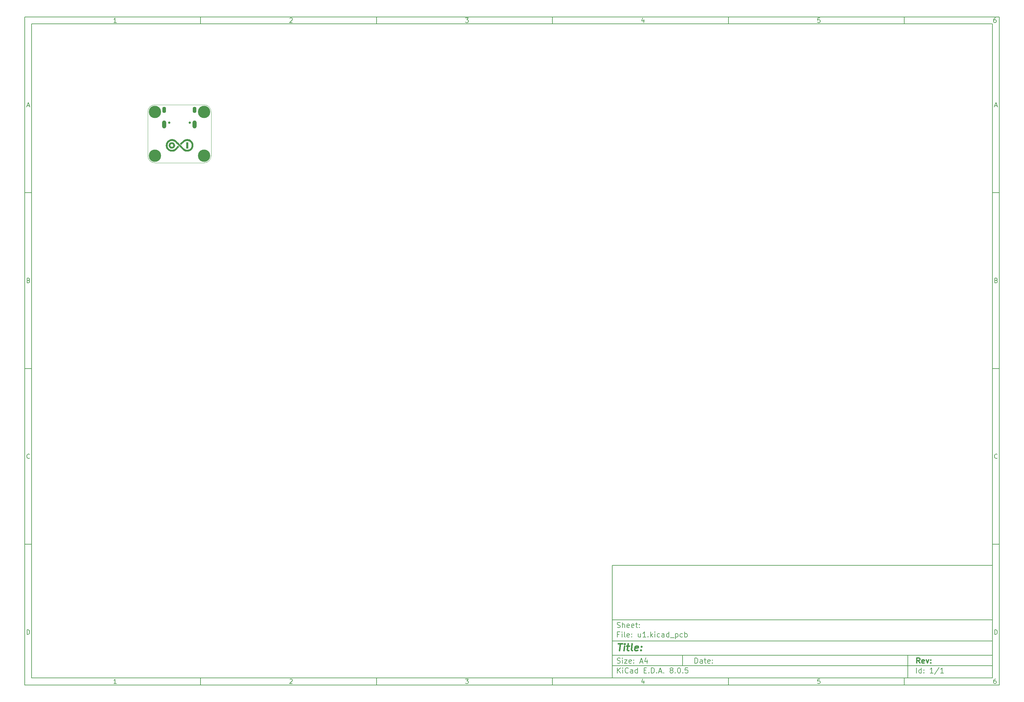
<source format=gbs>
%TF.GenerationSoftware,KiCad,Pcbnew,8.0.5*%
%TF.CreationDate,2024-11-25T09:27:34+08:00*%
%TF.ProjectId,u1,75312e6b-6963-4616-945f-706362585858,rev?*%
%TF.SameCoordinates,PX2aea540PY2160ec0*%
%TF.FileFunction,Soldermask,Bot*%
%TF.FilePolarity,Negative*%
%FSLAX46Y46*%
G04 Gerber Fmt 4.6, Leading zero omitted, Abs format (unit mm)*
G04 Created by KiCad (PCBNEW 8.0.5) date 2024-11-25 09:27:34*
%MOMM*%
%LPD*%
G01*
G04 APERTURE LIST*
%ADD10C,0.100000*%
%ADD11C,0.150000*%
%ADD12C,0.300000*%
%ADD13C,0.400000*%
%ADD14C,0.010000*%
%ADD15C,3.500000*%
%ADD16C,0.650000*%
%ADD17O,1.200000X2.300000*%
%ADD18O,1.100000X1.800000*%
%TA.AperFunction,Profile*%
%ADD19C,0.050000*%
%TD*%
G04 APERTURE END LIST*
D10*
D11*
X132002200Y-131007200D02*
X240002200Y-131007200D01*
X240002200Y-163007200D01*
X132002200Y-163007200D01*
X132002200Y-131007200D01*
D10*
D11*
X-35000000Y25000000D02*
X242002200Y25000000D01*
X242002200Y-165007200D01*
X-35000000Y-165007200D01*
X-35000000Y25000000D01*
D10*
D11*
X-33000000Y23000000D02*
X240002200Y23000000D01*
X240002200Y-163007200D01*
X-33000000Y-163007200D01*
X-33000000Y23000000D01*
D10*
D11*
X15000000Y23000000D02*
X15000000Y25000000D01*
D10*
D11*
X65000000Y23000000D02*
X65000000Y25000000D01*
D10*
D11*
X115000000Y23000000D02*
X115000000Y25000000D01*
D10*
D11*
X165000000Y23000000D02*
X165000000Y25000000D01*
D10*
D11*
X215000000Y23000000D02*
X215000000Y25000000D01*
D10*
D11*
X-8910840Y23406396D02*
X-9653697Y23406396D01*
X-9282269Y23406396D02*
X-9282269Y24706396D01*
X-9282269Y24706396D02*
X-9406078Y24520681D01*
X-9406078Y24520681D02*
X-9529888Y24396872D01*
X-9529888Y24396872D02*
X-9653697Y24334967D01*
D10*
D11*
X40346303Y24582586D02*
X40408207Y24644491D01*
X40408207Y24644491D02*
X40532017Y24706396D01*
X40532017Y24706396D02*
X40841541Y24706396D01*
X40841541Y24706396D02*
X40965350Y24644491D01*
X40965350Y24644491D02*
X41027255Y24582586D01*
X41027255Y24582586D02*
X41089160Y24458777D01*
X41089160Y24458777D02*
X41089160Y24334967D01*
X41089160Y24334967D02*
X41027255Y24149253D01*
X41027255Y24149253D02*
X40284398Y23406396D01*
X40284398Y23406396D02*
X41089160Y23406396D01*
D10*
D11*
X90284398Y24706396D02*
X91089160Y24706396D01*
X91089160Y24706396D02*
X90655826Y24211158D01*
X90655826Y24211158D02*
X90841541Y24211158D01*
X90841541Y24211158D02*
X90965350Y24149253D01*
X90965350Y24149253D02*
X91027255Y24087348D01*
X91027255Y24087348D02*
X91089160Y23963539D01*
X91089160Y23963539D02*
X91089160Y23654015D01*
X91089160Y23654015D02*
X91027255Y23530205D01*
X91027255Y23530205D02*
X90965350Y23468300D01*
X90965350Y23468300D02*
X90841541Y23406396D01*
X90841541Y23406396D02*
X90470112Y23406396D01*
X90470112Y23406396D02*
X90346303Y23468300D01*
X90346303Y23468300D02*
X90284398Y23530205D01*
D10*
D11*
X140965350Y24273062D02*
X140965350Y23406396D01*
X140655826Y24768300D02*
X140346303Y23839729D01*
X140346303Y23839729D02*
X141151064Y23839729D01*
D10*
D11*
X191027255Y24706396D02*
X190408207Y24706396D01*
X190408207Y24706396D02*
X190346303Y24087348D01*
X190346303Y24087348D02*
X190408207Y24149253D01*
X190408207Y24149253D02*
X190532017Y24211158D01*
X190532017Y24211158D02*
X190841541Y24211158D01*
X190841541Y24211158D02*
X190965350Y24149253D01*
X190965350Y24149253D02*
X191027255Y24087348D01*
X191027255Y24087348D02*
X191089160Y23963539D01*
X191089160Y23963539D02*
X191089160Y23654015D01*
X191089160Y23654015D02*
X191027255Y23530205D01*
X191027255Y23530205D02*
X190965350Y23468300D01*
X190965350Y23468300D02*
X190841541Y23406396D01*
X190841541Y23406396D02*
X190532017Y23406396D01*
X190532017Y23406396D02*
X190408207Y23468300D01*
X190408207Y23468300D02*
X190346303Y23530205D01*
D10*
D11*
X240965350Y24706396D02*
X240717731Y24706396D01*
X240717731Y24706396D02*
X240593922Y24644491D01*
X240593922Y24644491D02*
X240532017Y24582586D01*
X240532017Y24582586D02*
X240408207Y24396872D01*
X240408207Y24396872D02*
X240346303Y24149253D01*
X240346303Y24149253D02*
X240346303Y23654015D01*
X240346303Y23654015D02*
X240408207Y23530205D01*
X240408207Y23530205D02*
X240470112Y23468300D01*
X240470112Y23468300D02*
X240593922Y23406396D01*
X240593922Y23406396D02*
X240841541Y23406396D01*
X240841541Y23406396D02*
X240965350Y23468300D01*
X240965350Y23468300D02*
X241027255Y23530205D01*
X241027255Y23530205D02*
X241089160Y23654015D01*
X241089160Y23654015D02*
X241089160Y23963539D01*
X241089160Y23963539D02*
X241027255Y24087348D01*
X241027255Y24087348D02*
X240965350Y24149253D01*
X240965350Y24149253D02*
X240841541Y24211158D01*
X240841541Y24211158D02*
X240593922Y24211158D01*
X240593922Y24211158D02*
X240470112Y24149253D01*
X240470112Y24149253D02*
X240408207Y24087348D01*
X240408207Y24087348D02*
X240346303Y23963539D01*
D10*
D11*
X15000000Y-163007200D02*
X15000000Y-165007200D01*
D10*
D11*
X65000000Y-163007200D02*
X65000000Y-165007200D01*
D10*
D11*
X115000000Y-163007200D02*
X115000000Y-165007200D01*
D10*
D11*
X165000000Y-163007200D02*
X165000000Y-165007200D01*
D10*
D11*
X215000000Y-163007200D02*
X215000000Y-165007200D01*
D10*
D11*
X-8910840Y-164600804D02*
X-9653697Y-164600804D01*
X-9282269Y-164600804D02*
X-9282269Y-163300804D01*
X-9282269Y-163300804D02*
X-9406078Y-163486519D01*
X-9406078Y-163486519D02*
X-9529888Y-163610328D01*
X-9529888Y-163610328D02*
X-9653697Y-163672233D01*
D10*
D11*
X40346303Y-163424614D02*
X40408207Y-163362709D01*
X40408207Y-163362709D02*
X40532017Y-163300804D01*
X40532017Y-163300804D02*
X40841541Y-163300804D01*
X40841541Y-163300804D02*
X40965350Y-163362709D01*
X40965350Y-163362709D02*
X41027255Y-163424614D01*
X41027255Y-163424614D02*
X41089160Y-163548423D01*
X41089160Y-163548423D02*
X41089160Y-163672233D01*
X41089160Y-163672233D02*
X41027255Y-163857947D01*
X41027255Y-163857947D02*
X40284398Y-164600804D01*
X40284398Y-164600804D02*
X41089160Y-164600804D01*
D10*
D11*
X90284398Y-163300804D02*
X91089160Y-163300804D01*
X91089160Y-163300804D02*
X90655826Y-163796042D01*
X90655826Y-163796042D02*
X90841541Y-163796042D01*
X90841541Y-163796042D02*
X90965350Y-163857947D01*
X90965350Y-163857947D02*
X91027255Y-163919852D01*
X91027255Y-163919852D02*
X91089160Y-164043661D01*
X91089160Y-164043661D02*
X91089160Y-164353185D01*
X91089160Y-164353185D02*
X91027255Y-164476995D01*
X91027255Y-164476995D02*
X90965350Y-164538900D01*
X90965350Y-164538900D02*
X90841541Y-164600804D01*
X90841541Y-164600804D02*
X90470112Y-164600804D01*
X90470112Y-164600804D02*
X90346303Y-164538900D01*
X90346303Y-164538900D02*
X90284398Y-164476995D01*
D10*
D11*
X140965350Y-163734138D02*
X140965350Y-164600804D01*
X140655826Y-163238900D02*
X140346303Y-164167471D01*
X140346303Y-164167471D02*
X141151064Y-164167471D01*
D10*
D11*
X191027255Y-163300804D02*
X190408207Y-163300804D01*
X190408207Y-163300804D02*
X190346303Y-163919852D01*
X190346303Y-163919852D02*
X190408207Y-163857947D01*
X190408207Y-163857947D02*
X190532017Y-163796042D01*
X190532017Y-163796042D02*
X190841541Y-163796042D01*
X190841541Y-163796042D02*
X190965350Y-163857947D01*
X190965350Y-163857947D02*
X191027255Y-163919852D01*
X191027255Y-163919852D02*
X191089160Y-164043661D01*
X191089160Y-164043661D02*
X191089160Y-164353185D01*
X191089160Y-164353185D02*
X191027255Y-164476995D01*
X191027255Y-164476995D02*
X190965350Y-164538900D01*
X190965350Y-164538900D02*
X190841541Y-164600804D01*
X190841541Y-164600804D02*
X190532017Y-164600804D01*
X190532017Y-164600804D02*
X190408207Y-164538900D01*
X190408207Y-164538900D02*
X190346303Y-164476995D01*
D10*
D11*
X240965350Y-163300804D02*
X240717731Y-163300804D01*
X240717731Y-163300804D02*
X240593922Y-163362709D01*
X240593922Y-163362709D02*
X240532017Y-163424614D01*
X240532017Y-163424614D02*
X240408207Y-163610328D01*
X240408207Y-163610328D02*
X240346303Y-163857947D01*
X240346303Y-163857947D02*
X240346303Y-164353185D01*
X240346303Y-164353185D02*
X240408207Y-164476995D01*
X240408207Y-164476995D02*
X240470112Y-164538900D01*
X240470112Y-164538900D02*
X240593922Y-164600804D01*
X240593922Y-164600804D02*
X240841541Y-164600804D01*
X240841541Y-164600804D02*
X240965350Y-164538900D01*
X240965350Y-164538900D02*
X241027255Y-164476995D01*
X241027255Y-164476995D02*
X241089160Y-164353185D01*
X241089160Y-164353185D02*
X241089160Y-164043661D01*
X241089160Y-164043661D02*
X241027255Y-163919852D01*
X241027255Y-163919852D02*
X240965350Y-163857947D01*
X240965350Y-163857947D02*
X240841541Y-163796042D01*
X240841541Y-163796042D02*
X240593922Y-163796042D01*
X240593922Y-163796042D02*
X240470112Y-163857947D01*
X240470112Y-163857947D02*
X240408207Y-163919852D01*
X240408207Y-163919852D02*
X240346303Y-164043661D01*
D10*
D11*
X-35000000Y-25000000D02*
X-33000000Y-25000000D01*
D10*
D11*
X-35000000Y-75000000D02*
X-33000000Y-75000000D01*
D10*
D11*
X-35000000Y-125000000D02*
X-33000000Y-125000000D01*
D10*
D11*
X-34309524Y-222176D02*
X-33690477Y-222176D01*
X-34433334Y-593604D02*
X-34000001Y706396D01*
X-34000001Y706396D02*
X-33566667Y-593604D01*
D10*
D11*
X-33907143Y-49912652D02*
X-33721429Y-49974557D01*
X-33721429Y-49974557D02*
X-33659524Y-50036461D01*
X-33659524Y-50036461D02*
X-33597620Y-50160271D01*
X-33597620Y-50160271D02*
X-33597620Y-50345985D01*
X-33597620Y-50345985D02*
X-33659524Y-50469795D01*
X-33659524Y-50469795D02*
X-33721429Y-50531700D01*
X-33721429Y-50531700D02*
X-33845239Y-50593604D01*
X-33845239Y-50593604D02*
X-34340477Y-50593604D01*
X-34340477Y-50593604D02*
X-34340477Y-49293604D01*
X-34340477Y-49293604D02*
X-33907143Y-49293604D01*
X-33907143Y-49293604D02*
X-33783334Y-49355509D01*
X-33783334Y-49355509D02*
X-33721429Y-49417414D01*
X-33721429Y-49417414D02*
X-33659524Y-49541223D01*
X-33659524Y-49541223D02*
X-33659524Y-49665033D01*
X-33659524Y-49665033D02*
X-33721429Y-49788842D01*
X-33721429Y-49788842D02*
X-33783334Y-49850747D01*
X-33783334Y-49850747D02*
X-33907143Y-49912652D01*
X-33907143Y-49912652D02*
X-34340477Y-49912652D01*
D10*
D11*
X-33597620Y-100469795D02*
X-33659524Y-100531700D01*
X-33659524Y-100531700D02*
X-33845239Y-100593604D01*
X-33845239Y-100593604D02*
X-33969048Y-100593604D01*
X-33969048Y-100593604D02*
X-34154762Y-100531700D01*
X-34154762Y-100531700D02*
X-34278572Y-100407890D01*
X-34278572Y-100407890D02*
X-34340477Y-100284080D01*
X-34340477Y-100284080D02*
X-34402381Y-100036461D01*
X-34402381Y-100036461D02*
X-34402381Y-99850747D01*
X-34402381Y-99850747D02*
X-34340477Y-99603128D01*
X-34340477Y-99603128D02*
X-34278572Y-99479319D01*
X-34278572Y-99479319D02*
X-34154762Y-99355509D01*
X-34154762Y-99355509D02*
X-33969048Y-99293604D01*
X-33969048Y-99293604D02*
X-33845239Y-99293604D01*
X-33845239Y-99293604D02*
X-33659524Y-99355509D01*
X-33659524Y-99355509D02*
X-33597620Y-99417414D01*
D10*
D11*
X-34340477Y-150593604D02*
X-34340477Y-149293604D01*
X-34340477Y-149293604D02*
X-34030953Y-149293604D01*
X-34030953Y-149293604D02*
X-33845239Y-149355509D01*
X-33845239Y-149355509D02*
X-33721429Y-149479319D01*
X-33721429Y-149479319D02*
X-33659524Y-149603128D01*
X-33659524Y-149603128D02*
X-33597620Y-149850747D01*
X-33597620Y-149850747D02*
X-33597620Y-150036461D01*
X-33597620Y-150036461D02*
X-33659524Y-150284080D01*
X-33659524Y-150284080D02*
X-33721429Y-150407890D01*
X-33721429Y-150407890D02*
X-33845239Y-150531700D01*
X-33845239Y-150531700D02*
X-34030953Y-150593604D01*
X-34030953Y-150593604D02*
X-34340477Y-150593604D01*
D10*
D11*
X242002200Y-25000000D02*
X240002200Y-25000000D01*
D10*
D11*
X242002200Y-75000000D02*
X240002200Y-75000000D01*
D10*
D11*
X242002200Y-125000000D02*
X240002200Y-125000000D01*
D10*
D11*
X240692676Y-222176D02*
X241311723Y-222176D01*
X240568866Y-593604D02*
X241002199Y706396D01*
X241002199Y706396D02*
X241435533Y-593604D01*
D10*
D11*
X241095057Y-49912652D02*
X241280771Y-49974557D01*
X241280771Y-49974557D02*
X241342676Y-50036461D01*
X241342676Y-50036461D02*
X241404580Y-50160271D01*
X241404580Y-50160271D02*
X241404580Y-50345985D01*
X241404580Y-50345985D02*
X241342676Y-50469795D01*
X241342676Y-50469795D02*
X241280771Y-50531700D01*
X241280771Y-50531700D02*
X241156961Y-50593604D01*
X241156961Y-50593604D02*
X240661723Y-50593604D01*
X240661723Y-50593604D02*
X240661723Y-49293604D01*
X240661723Y-49293604D02*
X241095057Y-49293604D01*
X241095057Y-49293604D02*
X241218866Y-49355509D01*
X241218866Y-49355509D02*
X241280771Y-49417414D01*
X241280771Y-49417414D02*
X241342676Y-49541223D01*
X241342676Y-49541223D02*
X241342676Y-49665033D01*
X241342676Y-49665033D02*
X241280771Y-49788842D01*
X241280771Y-49788842D02*
X241218866Y-49850747D01*
X241218866Y-49850747D02*
X241095057Y-49912652D01*
X241095057Y-49912652D02*
X240661723Y-49912652D01*
D10*
D11*
X241404580Y-100469795D02*
X241342676Y-100531700D01*
X241342676Y-100531700D02*
X241156961Y-100593604D01*
X241156961Y-100593604D02*
X241033152Y-100593604D01*
X241033152Y-100593604D02*
X240847438Y-100531700D01*
X240847438Y-100531700D02*
X240723628Y-100407890D01*
X240723628Y-100407890D02*
X240661723Y-100284080D01*
X240661723Y-100284080D02*
X240599819Y-100036461D01*
X240599819Y-100036461D02*
X240599819Y-99850747D01*
X240599819Y-99850747D02*
X240661723Y-99603128D01*
X240661723Y-99603128D02*
X240723628Y-99479319D01*
X240723628Y-99479319D02*
X240847438Y-99355509D01*
X240847438Y-99355509D02*
X241033152Y-99293604D01*
X241033152Y-99293604D02*
X241156961Y-99293604D01*
X241156961Y-99293604D02*
X241342676Y-99355509D01*
X241342676Y-99355509D02*
X241404580Y-99417414D01*
D10*
D11*
X240661723Y-150593604D02*
X240661723Y-149293604D01*
X240661723Y-149293604D02*
X240971247Y-149293604D01*
X240971247Y-149293604D02*
X241156961Y-149355509D01*
X241156961Y-149355509D02*
X241280771Y-149479319D01*
X241280771Y-149479319D02*
X241342676Y-149603128D01*
X241342676Y-149603128D02*
X241404580Y-149850747D01*
X241404580Y-149850747D02*
X241404580Y-150036461D01*
X241404580Y-150036461D02*
X241342676Y-150284080D01*
X241342676Y-150284080D02*
X241280771Y-150407890D01*
X241280771Y-150407890D02*
X241156961Y-150531700D01*
X241156961Y-150531700D02*
X240971247Y-150593604D01*
X240971247Y-150593604D02*
X240661723Y-150593604D01*
D10*
D11*
X155458026Y-158793328D02*
X155458026Y-157293328D01*
X155458026Y-157293328D02*
X155815169Y-157293328D01*
X155815169Y-157293328D02*
X156029455Y-157364757D01*
X156029455Y-157364757D02*
X156172312Y-157507614D01*
X156172312Y-157507614D02*
X156243741Y-157650471D01*
X156243741Y-157650471D02*
X156315169Y-157936185D01*
X156315169Y-157936185D02*
X156315169Y-158150471D01*
X156315169Y-158150471D02*
X156243741Y-158436185D01*
X156243741Y-158436185D02*
X156172312Y-158579042D01*
X156172312Y-158579042D02*
X156029455Y-158721900D01*
X156029455Y-158721900D02*
X155815169Y-158793328D01*
X155815169Y-158793328D02*
X155458026Y-158793328D01*
X157600884Y-158793328D02*
X157600884Y-158007614D01*
X157600884Y-158007614D02*
X157529455Y-157864757D01*
X157529455Y-157864757D02*
X157386598Y-157793328D01*
X157386598Y-157793328D02*
X157100884Y-157793328D01*
X157100884Y-157793328D02*
X156958026Y-157864757D01*
X157600884Y-158721900D02*
X157458026Y-158793328D01*
X157458026Y-158793328D02*
X157100884Y-158793328D01*
X157100884Y-158793328D02*
X156958026Y-158721900D01*
X156958026Y-158721900D02*
X156886598Y-158579042D01*
X156886598Y-158579042D02*
X156886598Y-158436185D01*
X156886598Y-158436185D02*
X156958026Y-158293328D01*
X156958026Y-158293328D02*
X157100884Y-158221900D01*
X157100884Y-158221900D02*
X157458026Y-158221900D01*
X157458026Y-158221900D02*
X157600884Y-158150471D01*
X158100884Y-157793328D02*
X158672312Y-157793328D01*
X158315169Y-157293328D02*
X158315169Y-158579042D01*
X158315169Y-158579042D02*
X158386598Y-158721900D01*
X158386598Y-158721900D02*
X158529455Y-158793328D01*
X158529455Y-158793328D02*
X158672312Y-158793328D01*
X159743741Y-158721900D02*
X159600884Y-158793328D01*
X159600884Y-158793328D02*
X159315170Y-158793328D01*
X159315170Y-158793328D02*
X159172312Y-158721900D01*
X159172312Y-158721900D02*
X159100884Y-158579042D01*
X159100884Y-158579042D02*
X159100884Y-158007614D01*
X159100884Y-158007614D02*
X159172312Y-157864757D01*
X159172312Y-157864757D02*
X159315170Y-157793328D01*
X159315170Y-157793328D02*
X159600884Y-157793328D01*
X159600884Y-157793328D02*
X159743741Y-157864757D01*
X159743741Y-157864757D02*
X159815170Y-158007614D01*
X159815170Y-158007614D02*
X159815170Y-158150471D01*
X159815170Y-158150471D02*
X159100884Y-158293328D01*
X160458026Y-158650471D02*
X160529455Y-158721900D01*
X160529455Y-158721900D02*
X160458026Y-158793328D01*
X160458026Y-158793328D02*
X160386598Y-158721900D01*
X160386598Y-158721900D02*
X160458026Y-158650471D01*
X160458026Y-158650471D02*
X160458026Y-158793328D01*
X160458026Y-157864757D02*
X160529455Y-157936185D01*
X160529455Y-157936185D02*
X160458026Y-158007614D01*
X160458026Y-158007614D02*
X160386598Y-157936185D01*
X160386598Y-157936185D02*
X160458026Y-157864757D01*
X160458026Y-157864757D02*
X160458026Y-158007614D01*
D10*
D11*
X132002200Y-159507200D02*
X240002200Y-159507200D01*
D10*
D11*
X133458026Y-161593328D02*
X133458026Y-160093328D01*
X134315169Y-161593328D02*
X133672312Y-160736185D01*
X134315169Y-160093328D02*
X133458026Y-160950471D01*
X134958026Y-161593328D02*
X134958026Y-160593328D01*
X134958026Y-160093328D02*
X134886598Y-160164757D01*
X134886598Y-160164757D02*
X134958026Y-160236185D01*
X134958026Y-160236185D02*
X135029455Y-160164757D01*
X135029455Y-160164757D02*
X134958026Y-160093328D01*
X134958026Y-160093328D02*
X134958026Y-160236185D01*
X136529455Y-161450471D02*
X136458027Y-161521900D01*
X136458027Y-161521900D02*
X136243741Y-161593328D01*
X136243741Y-161593328D02*
X136100884Y-161593328D01*
X136100884Y-161593328D02*
X135886598Y-161521900D01*
X135886598Y-161521900D02*
X135743741Y-161379042D01*
X135743741Y-161379042D02*
X135672312Y-161236185D01*
X135672312Y-161236185D02*
X135600884Y-160950471D01*
X135600884Y-160950471D02*
X135600884Y-160736185D01*
X135600884Y-160736185D02*
X135672312Y-160450471D01*
X135672312Y-160450471D02*
X135743741Y-160307614D01*
X135743741Y-160307614D02*
X135886598Y-160164757D01*
X135886598Y-160164757D02*
X136100884Y-160093328D01*
X136100884Y-160093328D02*
X136243741Y-160093328D01*
X136243741Y-160093328D02*
X136458027Y-160164757D01*
X136458027Y-160164757D02*
X136529455Y-160236185D01*
X137815170Y-161593328D02*
X137815170Y-160807614D01*
X137815170Y-160807614D02*
X137743741Y-160664757D01*
X137743741Y-160664757D02*
X137600884Y-160593328D01*
X137600884Y-160593328D02*
X137315170Y-160593328D01*
X137315170Y-160593328D02*
X137172312Y-160664757D01*
X137815170Y-161521900D02*
X137672312Y-161593328D01*
X137672312Y-161593328D02*
X137315170Y-161593328D01*
X137315170Y-161593328D02*
X137172312Y-161521900D01*
X137172312Y-161521900D02*
X137100884Y-161379042D01*
X137100884Y-161379042D02*
X137100884Y-161236185D01*
X137100884Y-161236185D02*
X137172312Y-161093328D01*
X137172312Y-161093328D02*
X137315170Y-161021900D01*
X137315170Y-161021900D02*
X137672312Y-161021900D01*
X137672312Y-161021900D02*
X137815170Y-160950471D01*
X139172313Y-161593328D02*
X139172313Y-160093328D01*
X139172313Y-161521900D02*
X139029455Y-161593328D01*
X139029455Y-161593328D02*
X138743741Y-161593328D01*
X138743741Y-161593328D02*
X138600884Y-161521900D01*
X138600884Y-161521900D02*
X138529455Y-161450471D01*
X138529455Y-161450471D02*
X138458027Y-161307614D01*
X138458027Y-161307614D02*
X138458027Y-160879042D01*
X138458027Y-160879042D02*
X138529455Y-160736185D01*
X138529455Y-160736185D02*
X138600884Y-160664757D01*
X138600884Y-160664757D02*
X138743741Y-160593328D01*
X138743741Y-160593328D02*
X139029455Y-160593328D01*
X139029455Y-160593328D02*
X139172313Y-160664757D01*
X141029455Y-160807614D02*
X141529455Y-160807614D01*
X141743741Y-161593328D02*
X141029455Y-161593328D01*
X141029455Y-161593328D02*
X141029455Y-160093328D01*
X141029455Y-160093328D02*
X141743741Y-160093328D01*
X142386598Y-161450471D02*
X142458027Y-161521900D01*
X142458027Y-161521900D02*
X142386598Y-161593328D01*
X142386598Y-161593328D02*
X142315170Y-161521900D01*
X142315170Y-161521900D02*
X142386598Y-161450471D01*
X142386598Y-161450471D02*
X142386598Y-161593328D01*
X143100884Y-161593328D02*
X143100884Y-160093328D01*
X143100884Y-160093328D02*
X143458027Y-160093328D01*
X143458027Y-160093328D02*
X143672313Y-160164757D01*
X143672313Y-160164757D02*
X143815170Y-160307614D01*
X143815170Y-160307614D02*
X143886599Y-160450471D01*
X143886599Y-160450471D02*
X143958027Y-160736185D01*
X143958027Y-160736185D02*
X143958027Y-160950471D01*
X143958027Y-160950471D02*
X143886599Y-161236185D01*
X143886599Y-161236185D02*
X143815170Y-161379042D01*
X143815170Y-161379042D02*
X143672313Y-161521900D01*
X143672313Y-161521900D02*
X143458027Y-161593328D01*
X143458027Y-161593328D02*
X143100884Y-161593328D01*
X144600884Y-161450471D02*
X144672313Y-161521900D01*
X144672313Y-161521900D02*
X144600884Y-161593328D01*
X144600884Y-161593328D02*
X144529456Y-161521900D01*
X144529456Y-161521900D02*
X144600884Y-161450471D01*
X144600884Y-161450471D02*
X144600884Y-161593328D01*
X145243742Y-161164757D02*
X145958028Y-161164757D01*
X145100885Y-161593328D02*
X145600885Y-160093328D01*
X145600885Y-160093328D02*
X146100885Y-161593328D01*
X146600884Y-161450471D02*
X146672313Y-161521900D01*
X146672313Y-161521900D02*
X146600884Y-161593328D01*
X146600884Y-161593328D02*
X146529456Y-161521900D01*
X146529456Y-161521900D02*
X146600884Y-161450471D01*
X146600884Y-161450471D02*
X146600884Y-161593328D01*
X148672313Y-160736185D02*
X148529456Y-160664757D01*
X148529456Y-160664757D02*
X148458027Y-160593328D01*
X148458027Y-160593328D02*
X148386599Y-160450471D01*
X148386599Y-160450471D02*
X148386599Y-160379042D01*
X148386599Y-160379042D02*
X148458027Y-160236185D01*
X148458027Y-160236185D02*
X148529456Y-160164757D01*
X148529456Y-160164757D02*
X148672313Y-160093328D01*
X148672313Y-160093328D02*
X148958027Y-160093328D01*
X148958027Y-160093328D02*
X149100885Y-160164757D01*
X149100885Y-160164757D02*
X149172313Y-160236185D01*
X149172313Y-160236185D02*
X149243742Y-160379042D01*
X149243742Y-160379042D02*
X149243742Y-160450471D01*
X149243742Y-160450471D02*
X149172313Y-160593328D01*
X149172313Y-160593328D02*
X149100885Y-160664757D01*
X149100885Y-160664757D02*
X148958027Y-160736185D01*
X148958027Y-160736185D02*
X148672313Y-160736185D01*
X148672313Y-160736185D02*
X148529456Y-160807614D01*
X148529456Y-160807614D02*
X148458027Y-160879042D01*
X148458027Y-160879042D02*
X148386599Y-161021900D01*
X148386599Y-161021900D02*
X148386599Y-161307614D01*
X148386599Y-161307614D02*
X148458027Y-161450471D01*
X148458027Y-161450471D02*
X148529456Y-161521900D01*
X148529456Y-161521900D02*
X148672313Y-161593328D01*
X148672313Y-161593328D02*
X148958027Y-161593328D01*
X148958027Y-161593328D02*
X149100885Y-161521900D01*
X149100885Y-161521900D02*
X149172313Y-161450471D01*
X149172313Y-161450471D02*
X149243742Y-161307614D01*
X149243742Y-161307614D02*
X149243742Y-161021900D01*
X149243742Y-161021900D02*
X149172313Y-160879042D01*
X149172313Y-160879042D02*
X149100885Y-160807614D01*
X149100885Y-160807614D02*
X148958027Y-160736185D01*
X149886598Y-161450471D02*
X149958027Y-161521900D01*
X149958027Y-161521900D02*
X149886598Y-161593328D01*
X149886598Y-161593328D02*
X149815170Y-161521900D01*
X149815170Y-161521900D02*
X149886598Y-161450471D01*
X149886598Y-161450471D02*
X149886598Y-161593328D01*
X150886599Y-160093328D02*
X151029456Y-160093328D01*
X151029456Y-160093328D02*
X151172313Y-160164757D01*
X151172313Y-160164757D02*
X151243742Y-160236185D01*
X151243742Y-160236185D02*
X151315170Y-160379042D01*
X151315170Y-160379042D02*
X151386599Y-160664757D01*
X151386599Y-160664757D02*
X151386599Y-161021900D01*
X151386599Y-161021900D02*
X151315170Y-161307614D01*
X151315170Y-161307614D02*
X151243742Y-161450471D01*
X151243742Y-161450471D02*
X151172313Y-161521900D01*
X151172313Y-161521900D02*
X151029456Y-161593328D01*
X151029456Y-161593328D02*
X150886599Y-161593328D01*
X150886599Y-161593328D02*
X150743742Y-161521900D01*
X150743742Y-161521900D02*
X150672313Y-161450471D01*
X150672313Y-161450471D02*
X150600884Y-161307614D01*
X150600884Y-161307614D02*
X150529456Y-161021900D01*
X150529456Y-161021900D02*
X150529456Y-160664757D01*
X150529456Y-160664757D02*
X150600884Y-160379042D01*
X150600884Y-160379042D02*
X150672313Y-160236185D01*
X150672313Y-160236185D02*
X150743742Y-160164757D01*
X150743742Y-160164757D02*
X150886599Y-160093328D01*
X152029455Y-161450471D02*
X152100884Y-161521900D01*
X152100884Y-161521900D02*
X152029455Y-161593328D01*
X152029455Y-161593328D02*
X151958027Y-161521900D01*
X151958027Y-161521900D02*
X152029455Y-161450471D01*
X152029455Y-161450471D02*
X152029455Y-161593328D01*
X153458027Y-160093328D02*
X152743741Y-160093328D01*
X152743741Y-160093328D02*
X152672313Y-160807614D01*
X152672313Y-160807614D02*
X152743741Y-160736185D01*
X152743741Y-160736185D02*
X152886599Y-160664757D01*
X152886599Y-160664757D02*
X153243741Y-160664757D01*
X153243741Y-160664757D02*
X153386599Y-160736185D01*
X153386599Y-160736185D02*
X153458027Y-160807614D01*
X153458027Y-160807614D02*
X153529456Y-160950471D01*
X153529456Y-160950471D02*
X153529456Y-161307614D01*
X153529456Y-161307614D02*
X153458027Y-161450471D01*
X153458027Y-161450471D02*
X153386599Y-161521900D01*
X153386599Y-161521900D02*
X153243741Y-161593328D01*
X153243741Y-161593328D02*
X152886599Y-161593328D01*
X152886599Y-161593328D02*
X152743741Y-161521900D01*
X152743741Y-161521900D02*
X152672313Y-161450471D01*
D10*
D11*
X132002200Y-156507200D02*
X240002200Y-156507200D01*
D10*
D12*
X219413853Y-158785528D02*
X218913853Y-158071242D01*
X218556710Y-158785528D02*
X218556710Y-157285528D01*
X218556710Y-157285528D02*
X219128139Y-157285528D01*
X219128139Y-157285528D02*
X219270996Y-157356957D01*
X219270996Y-157356957D02*
X219342425Y-157428385D01*
X219342425Y-157428385D02*
X219413853Y-157571242D01*
X219413853Y-157571242D02*
X219413853Y-157785528D01*
X219413853Y-157785528D02*
X219342425Y-157928385D01*
X219342425Y-157928385D02*
X219270996Y-157999814D01*
X219270996Y-157999814D02*
X219128139Y-158071242D01*
X219128139Y-158071242D02*
X218556710Y-158071242D01*
X220628139Y-158714100D02*
X220485282Y-158785528D01*
X220485282Y-158785528D02*
X220199568Y-158785528D01*
X220199568Y-158785528D02*
X220056710Y-158714100D01*
X220056710Y-158714100D02*
X219985282Y-158571242D01*
X219985282Y-158571242D02*
X219985282Y-157999814D01*
X219985282Y-157999814D02*
X220056710Y-157856957D01*
X220056710Y-157856957D02*
X220199568Y-157785528D01*
X220199568Y-157785528D02*
X220485282Y-157785528D01*
X220485282Y-157785528D02*
X220628139Y-157856957D01*
X220628139Y-157856957D02*
X220699568Y-157999814D01*
X220699568Y-157999814D02*
X220699568Y-158142671D01*
X220699568Y-158142671D02*
X219985282Y-158285528D01*
X221199567Y-157785528D02*
X221556710Y-158785528D01*
X221556710Y-158785528D02*
X221913853Y-157785528D01*
X222485281Y-158642671D02*
X222556710Y-158714100D01*
X222556710Y-158714100D02*
X222485281Y-158785528D01*
X222485281Y-158785528D02*
X222413853Y-158714100D01*
X222413853Y-158714100D02*
X222485281Y-158642671D01*
X222485281Y-158642671D02*
X222485281Y-158785528D01*
X222485281Y-157856957D02*
X222556710Y-157928385D01*
X222556710Y-157928385D02*
X222485281Y-157999814D01*
X222485281Y-157999814D02*
X222413853Y-157928385D01*
X222413853Y-157928385D02*
X222485281Y-157856957D01*
X222485281Y-157856957D02*
X222485281Y-157999814D01*
D10*
D11*
X133386598Y-158721900D02*
X133600884Y-158793328D01*
X133600884Y-158793328D02*
X133958026Y-158793328D01*
X133958026Y-158793328D02*
X134100884Y-158721900D01*
X134100884Y-158721900D02*
X134172312Y-158650471D01*
X134172312Y-158650471D02*
X134243741Y-158507614D01*
X134243741Y-158507614D02*
X134243741Y-158364757D01*
X134243741Y-158364757D02*
X134172312Y-158221900D01*
X134172312Y-158221900D02*
X134100884Y-158150471D01*
X134100884Y-158150471D02*
X133958026Y-158079042D01*
X133958026Y-158079042D02*
X133672312Y-158007614D01*
X133672312Y-158007614D02*
X133529455Y-157936185D01*
X133529455Y-157936185D02*
X133458026Y-157864757D01*
X133458026Y-157864757D02*
X133386598Y-157721900D01*
X133386598Y-157721900D02*
X133386598Y-157579042D01*
X133386598Y-157579042D02*
X133458026Y-157436185D01*
X133458026Y-157436185D02*
X133529455Y-157364757D01*
X133529455Y-157364757D02*
X133672312Y-157293328D01*
X133672312Y-157293328D02*
X134029455Y-157293328D01*
X134029455Y-157293328D02*
X134243741Y-157364757D01*
X134886597Y-158793328D02*
X134886597Y-157793328D01*
X134886597Y-157293328D02*
X134815169Y-157364757D01*
X134815169Y-157364757D02*
X134886597Y-157436185D01*
X134886597Y-157436185D02*
X134958026Y-157364757D01*
X134958026Y-157364757D02*
X134886597Y-157293328D01*
X134886597Y-157293328D02*
X134886597Y-157436185D01*
X135458026Y-157793328D02*
X136243741Y-157793328D01*
X136243741Y-157793328D02*
X135458026Y-158793328D01*
X135458026Y-158793328D02*
X136243741Y-158793328D01*
X137386598Y-158721900D02*
X137243741Y-158793328D01*
X137243741Y-158793328D02*
X136958027Y-158793328D01*
X136958027Y-158793328D02*
X136815169Y-158721900D01*
X136815169Y-158721900D02*
X136743741Y-158579042D01*
X136743741Y-158579042D02*
X136743741Y-158007614D01*
X136743741Y-158007614D02*
X136815169Y-157864757D01*
X136815169Y-157864757D02*
X136958027Y-157793328D01*
X136958027Y-157793328D02*
X137243741Y-157793328D01*
X137243741Y-157793328D02*
X137386598Y-157864757D01*
X137386598Y-157864757D02*
X137458027Y-158007614D01*
X137458027Y-158007614D02*
X137458027Y-158150471D01*
X137458027Y-158150471D02*
X136743741Y-158293328D01*
X138100883Y-158650471D02*
X138172312Y-158721900D01*
X138172312Y-158721900D02*
X138100883Y-158793328D01*
X138100883Y-158793328D02*
X138029455Y-158721900D01*
X138029455Y-158721900D02*
X138100883Y-158650471D01*
X138100883Y-158650471D02*
X138100883Y-158793328D01*
X138100883Y-157864757D02*
X138172312Y-157936185D01*
X138172312Y-157936185D02*
X138100883Y-158007614D01*
X138100883Y-158007614D02*
X138029455Y-157936185D01*
X138029455Y-157936185D02*
X138100883Y-157864757D01*
X138100883Y-157864757D02*
X138100883Y-158007614D01*
X139886598Y-158364757D02*
X140600884Y-158364757D01*
X139743741Y-158793328D02*
X140243741Y-157293328D01*
X140243741Y-157293328D02*
X140743741Y-158793328D01*
X141886598Y-157793328D02*
X141886598Y-158793328D01*
X141529455Y-157221900D02*
X141172312Y-158293328D01*
X141172312Y-158293328D02*
X142100883Y-158293328D01*
D10*
D11*
X218458026Y-161593328D02*
X218458026Y-160093328D01*
X219815170Y-161593328D02*
X219815170Y-160093328D01*
X219815170Y-161521900D02*
X219672312Y-161593328D01*
X219672312Y-161593328D02*
X219386598Y-161593328D01*
X219386598Y-161593328D02*
X219243741Y-161521900D01*
X219243741Y-161521900D02*
X219172312Y-161450471D01*
X219172312Y-161450471D02*
X219100884Y-161307614D01*
X219100884Y-161307614D02*
X219100884Y-160879042D01*
X219100884Y-160879042D02*
X219172312Y-160736185D01*
X219172312Y-160736185D02*
X219243741Y-160664757D01*
X219243741Y-160664757D02*
X219386598Y-160593328D01*
X219386598Y-160593328D02*
X219672312Y-160593328D01*
X219672312Y-160593328D02*
X219815170Y-160664757D01*
X220529455Y-161450471D02*
X220600884Y-161521900D01*
X220600884Y-161521900D02*
X220529455Y-161593328D01*
X220529455Y-161593328D02*
X220458027Y-161521900D01*
X220458027Y-161521900D02*
X220529455Y-161450471D01*
X220529455Y-161450471D02*
X220529455Y-161593328D01*
X220529455Y-160664757D02*
X220600884Y-160736185D01*
X220600884Y-160736185D02*
X220529455Y-160807614D01*
X220529455Y-160807614D02*
X220458027Y-160736185D01*
X220458027Y-160736185D02*
X220529455Y-160664757D01*
X220529455Y-160664757D02*
X220529455Y-160807614D01*
X223172313Y-161593328D02*
X222315170Y-161593328D01*
X222743741Y-161593328D02*
X222743741Y-160093328D01*
X222743741Y-160093328D02*
X222600884Y-160307614D01*
X222600884Y-160307614D02*
X222458027Y-160450471D01*
X222458027Y-160450471D02*
X222315170Y-160521900D01*
X224886598Y-160021900D02*
X223600884Y-161950471D01*
X226172313Y-161593328D02*
X225315170Y-161593328D01*
X225743741Y-161593328D02*
X225743741Y-160093328D01*
X225743741Y-160093328D02*
X225600884Y-160307614D01*
X225600884Y-160307614D02*
X225458027Y-160450471D01*
X225458027Y-160450471D02*
X225315170Y-160521900D01*
D10*
D11*
X132002200Y-152507200D02*
X240002200Y-152507200D01*
D10*
D13*
X133693928Y-153211638D02*
X134836785Y-153211638D01*
X134015357Y-155211638D02*
X134265357Y-153211638D01*
X135253452Y-155211638D02*
X135420119Y-153878304D01*
X135503452Y-153211638D02*
X135396309Y-153306876D01*
X135396309Y-153306876D02*
X135479643Y-153402114D01*
X135479643Y-153402114D02*
X135586786Y-153306876D01*
X135586786Y-153306876D02*
X135503452Y-153211638D01*
X135503452Y-153211638D02*
X135479643Y-153402114D01*
X136086786Y-153878304D02*
X136848690Y-153878304D01*
X136455833Y-153211638D02*
X136241548Y-154925923D01*
X136241548Y-154925923D02*
X136312976Y-155116400D01*
X136312976Y-155116400D02*
X136491548Y-155211638D01*
X136491548Y-155211638D02*
X136682024Y-155211638D01*
X137634405Y-155211638D02*
X137455833Y-155116400D01*
X137455833Y-155116400D02*
X137384405Y-154925923D01*
X137384405Y-154925923D02*
X137598690Y-153211638D01*
X139170119Y-155116400D02*
X138967738Y-155211638D01*
X138967738Y-155211638D02*
X138586785Y-155211638D01*
X138586785Y-155211638D02*
X138408214Y-155116400D01*
X138408214Y-155116400D02*
X138336785Y-154925923D01*
X138336785Y-154925923D02*
X138432024Y-154164019D01*
X138432024Y-154164019D02*
X138551071Y-153973542D01*
X138551071Y-153973542D02*
X138753452Y-153878304D01*
X138753452Y-153878304D02*
X139134404Y-153878304D01*
X139134404Y-153878304D02*
X139312976Y-153973542D01*
X139312976Y-153973542D02*
X139384404Y-154164019D01*
X139384404Y-154164019D02*
X139360595Y-154354495D01*
X139360595Y-154354495D02*
X138384404Y-154544971D01*
X140134405Y-155021161D02*
X140217738Y-155116400D01*
X140217738Y-155116400D02*
X140110595Y-155211638D01*
X140110595Y-155211638D02*
X140027262Y-155116400D01*
X140027262Y-155116400D02*
X140134405Y-155021161D01*
X140134405Y-155021161D02*
X140110595Y-155211638D01*
X140265357Y-153973542D02*
X140348690Y-154068780D01*
X140348690Y-154068780D02*
X140241548Y-154164019D01*
X140241548Y-154164019D02*
X140158214Y-154068780D01*
X140158214Y-154068780D02*
X140265357Y-153973542D01*
X140265357Y-153973542D02*
X140241548Y-154164019D01*
D10*
D11*
X133958026Y-150607614D02*
X133458026Y-150607614D01*
X133458026Y-151393328D02*
X133458026Y-149893328D01*
X133458026Y-149893328D02*
X134172312Y-149893328D01*
X134743740Y-151393328D02*
X134743740Y-150393328D01*
X134743740Y-149893328D02*
X134672312Y-149964757D01*
X134672312Y-149964757D02*
X134743740Y-150036185D01*
X134743740Y-150036185D02*
X134815169Y-149964757D01*
X134815169Y-149964757D02*
X134743740Y-149893328D01*
X134743740Y-149893328D02*
X134743740Y-150036185D01*
X135672312Y-151393328D02*
X135529455Y-151321900D01*
X135529455Y-151321900D02*
X135458026Y-151179042D01*
X135458026Y-151179042D02*
X135458026Y-149893328D01*
X136815169Y-151321900D02*
X136672312Y-151393328D01*
X136672312Y-151393328D02*
X136386598Y-151393328D01*
X136386598Y-151393328D02*
X136243740Y-151321900D01*
X136243740Y-151321900D02*
X136172312Y-151179042D01*
X136172312Y-151179042D02*
X136172312Y-150607614D01*
X136172312Y-150607614D02*
X136243740Y-150464757D01*
X136243740Y-150464757D02*
X136386598Y-150393328D01*
X136386598Y-150393328D02*
X136672312Y-150393328D01*
X136672312Y-150393328D02*
X136815169Y-150464757D01*
X136815169Y-150464757D02*
X136886598Y-150607614D01*
X136886598Y-150607614D02*
X136886598Y-150750471D01*
X136886598Y-150750471D02*
X136172312Y-150893328D01*
X137529454Y-151250471D02*
X137600883Y-151321900D01*
X137600883Y-151321900D02*
X137529454Y-151393328D01*
X137529454Y-151393328D02*
X137458026Y-151321900D01*
X137458026Y-151321900D02*
X137529454Y-151250471D01*
X137529454Y-151250471D02*
X137529454Y-151393328D01*
X137529454Y-150464757D02*
X137600883Y-150536185D01*
X137600883Y-150536185D02*
X137529454Y-150607614D01*
X137529454Y-150607614D02*
X137458026Y-150536185D01*
X137458026Y-150536185D02*
X137529454Y-150464757D01*
X137529454Y-150464757D02*
X137529454Y-150607614D01*
X140029455Y-150393328D02*
X140029455Y-151393328D01*
X139386597Y-150393328D02*
X139386597Y-151179042D01*
X139386597Y-151179042D02*
X139458026Y-151321900D01*
X139458026Y-151321900D02*
X139600883Y-151393328D01*
X139600883Y-151393328D02*
X139815169Y-151393328D01*
X139815169Y-151393328D02*
X139958026Y-151321900D01*
X139958026Y-151321900D02*
X140029455Y-151250471D01*
X141529455Y-151393328D02*
X140672312Y-151393328D01*
X141100883Y-151393328D02*
X141100883Y-149893328D01*
X141100883Y-149893328D02*
X140958026Y-150107614D01*
X140958026Y-150107614D02*
X140815169Y-150250471D01*
X140815169Y-150250471D02*
X140672312Y-150321900D01*
X142172311Y-151250471D02*
X142243740Y-151321900D01*
X142243740Y-151321900D02*
X142172311Y-151393328D01*
X142172311Y-151393328D02*
X142100883Y-151321900D01*
X142100883Y-151321900D02*
X142172311Y-151250471D01*
X142172311Y-151250471D02*
X142172311Y-151393328D01*
X142886597Y-151393328D02*
X142886597Y-149893328D01*
X143029455Y-150821900D02*
X143458026Y-151393328D01*
X143458026Y-150393328D02*
X142886597Y-150964757D01*
X144100883Y-151393328D02*
X144100883Y-150393328D01*
X144100883Y-149893328D02*
X144029455Y-149964757D01*
X144029455Y-149964757D02*
X144100883Y-150036185D01*
X144100883Y-150036185D02*
X144172312Y-149964757D01*
X144172312Y-149964757D02*
X144100883Y-149893328D01*
X144100883Y-149893328D02*
X144100883Y-150036185D01*
X145458027Y-151321900D02*
X145315169Y-151393328D01*
X145315169Y-151393328D02*
X145029455Y-151393328D01*
X145029455Y-151393328D02*
X144886598Y-151321900D01*
X144886598Y-151321900D02*
X144815169Y-151250471D01*
X144815169Y-151250471D02*
X144743741Y-151107614D01*
X144743741Y-151107614D02*
X144743741Y-150679042D01*
X144743741Y-150679042D02*
X144815169Y-150536185D01*
X144815169Y-150536185D02*
X144886598Y-150464757D01*
X144886598Y-150464757D02*
X145029455Y-150393328D01*
X145029455Y-150393328D02*
X145315169Y-150393328D01*
X145315169Y-150393328D02*
X145458027Y-150464757D01*
X146743741Y-151393328D02*
X146743741Y-150607614D01*
X146743741Y-150607614D02*
X146672312Y-150464757D01*
X146672312Y-150464757D02*
X146529455Y-150393328D01*
X146529455Y-150393328D02*
X146243741Y-150393328D01*
X146243741Y-150393328D02*
X146100883Y-150464757D01*
X146743741Y-151321900D02*
X146600883Y-151393328D01*
X146600883Y-151393328D02*
X146243741Y-151393328D01*
X146243741Y-151393328D02*
X146100883Y-151321900D01*
X146100883Y-151321900D02*
X146029455Y-151179042D01*
X146029455Y-151179042D02*
X146029455Y-151036185D01*
X146029455Y-151036185D02*
X146100883Y-150893328D01*
X146100883Y-150893328D02*
X146243741Y-150821900D01*
X146243741Y-150821900D02*
X146600883Y-150821900D01*
X146600883Y-150821900D02*
X146743741Y-150750471D01*
X148100884Y-151393328D02*
X148100884Y-149893328D01*
X148100884Y-151321900D02*
X147958026Y-151393328D01*
X147958026Y-151393328D02*
X147672312Y-151393328D01*
X147672312Y-151393328D02*
X147529455Y-151321900D01*
X147529455Y-151321900D02*
X147458026Y-151250471D01*
X147458026Y-151250471D02*
X147386598Y-151107614D01*
X147386598Y-151107614D02*
X147386598Y-150679042D01*
X147386598Y-150679042D02*
X147458026Y-150536185D01*
X147458026Y-150536185D02*
X147529455Y-150464757D01*
X147529455Y-150464757D02*
X147672312Y-150393328D01*
X147672312Y-150393328D02*
X147958026Y-150393328D01*
X147958026Y-150393328D02*
X148100884Y-150464757D01*
X148458027Y-151536185D02*
X149600884Y-151536185D01*
X149958026Y-150393328D02*
X149958026Y-151893328D01*
X149958026Y-150464757D02*
X150100884Y-150393328D01*
X150100884Y-150393328D02*
X150386598Y-150393328D01*
X150386598Y-150393328D02*
X150529455Y-150464757D01*
X150529455Y-150464757D02*
X150600884Y-150536185D01*
X150600884Y-150536185D02*
X150672312Y-150679042D01*
X150672312Y-150679042D02*
X150672312Y-151107614D01*
X150672312Y-151107614D02*
X150600884Y-151250471D01*
X150600884Y-151250471D02*
X150529455Y-151321900D01*
X150529455Y-151321900D02*
X150386598Y-151393328D01*
X150386598Y-151393328D02*
X150100884Y-151393328D01*
X150100884Y-151393328D02*
X149958026Y-151321900D01*
X151958027Y-151321900D02*
X151815169Y-151393328D01*
X151815169Y-151393328D02*
X151529455Y-151393328D01*
X151529455Y-151393328D02*
X151386598Y-151321900D01*
X151386598Y-151321900D02*
X151315169Y-151250471D01*
X151315169Y-151250471D02*
X151243741Y-151107614D01*
X151243741Y-151107614D02*
X151243741Y-150679042D01*
X151243741Y-150679042D02*
X151315169Y-150536185D01*
X151315169Y-150536185D02*
X151386598Y-150464757D01*
X151386598Y-150464757D02*
X151529455Y-150393328D01*
X151529455Y-150393328D02*
X151815169Y-150393328D01*
X151815169Y-150393328D02*
X151958027Y-150464757D01*
X152600883Y-151393328D02*
X152600883Y-149893328D01*
X152600883Y-150464757D02*
X152743741Y-150393328D01*
X152743741Y-150393328D02*
X153029455Y-150393328D01*
X153029455Y-150393328D02*
X153172312Y-150464757D01*
X153172312Y-150464757D02*
X153243741Y-150536185D01*
X153243741Y-150536185D02*
X153315169Y-150679042D01*
X153315169Y-150679042D02*
X153315169Y-151107614D01*
X153315169Y-151107614D02*
X153243741Y-151250471D01*
X153243741Y-151250471D02*
X153172312Y-151321900D01*
X153172312Y-151321900D02*
X153029455Y-151393328D01*
X153029455Y-151393328D02*
X152743741Y-151393328D01*
X152743741Y-151393328D02*
X152600883Y-151321900D01*
D10*
D11*
X132002200Y-146507200D02*
X240002200Y-146507200D01*
D10*
D11*
X133386598Y-148621900D02*
X133600884Y-148693328D01*
X133600884Y-148693328D02*
X133958026Y-148693328D01*
X133958026Y-148693328D02*
X134100884Y-148621900D01*
X134100884Y-148621900D02*
X134172312Y-148550471D01*
X134172312Y-148550471D02*
X134243741Y-148407614D01*
X134243741Y-148407614D02*
X134243741Y-148264757D01*
X134243741Y-148264757D02*
X134172312Y-148121900D01*
X134172312Y-148121900D02*
X134100884Y-148050471D01*
X134100884Y-148050471D02*
X133958026Y-147979042D01*
X133958026Y-147979042D02*
X133672312Y-147907614D01*
X133672312Y-147907614D02*
X133529455Y-147836185D01*
X133529455Y-147836185D02*
X133458026Y-147764757D01*
X133458026Y-147764757D02*
X133386598Y-147621900D01*
X133386598Y-147621900D02*
X133386598Y-147479042D01*
X133386598Y-147479042D02*
X133458026Y-147336185D01*
X133458026Y-147336185D02*
X133529455Y-147264757D01*
X133529455Y-147264757D02*
X133672312Y-147193328D01*
X133672312Y-147193328D02*
X134029455Y-147193328D01*
X134029455Y-147193328D02*
X134243741Y-147264757D01*
X134886597Y-148693328D02*
X134886597Y-147193328D01*
X135529455Y-148693328D02*
X135529455Y-147907614D01*
X135529455Y-147907614D02*
X135458026Y-147764757D01*
X135458026Y-147764757D02*
X135315169Y-147693328D01*
X135315169Y-147693328D02*
X135100883Y-147693328D01*
X135100883Y-147693328D02*
X134958026Y-147764757D01*
X134958026Y-147764757D02*
X134886597Y-147836185D01*
X136815169Y-148621900D02*
X136672312Y-148693328D01*
X136672312Y-148693328D02*
X136386598Y-148693328D01*
X136386598Y-148693328D02*
X136243740Y-148621900D01*
X136243740Y-148621900D02*
X136172312Y-148479042D01*
X136172312Y-148479042D02*
X136172312Y-147907614D01*
X136172312Y-147907614D02*
X136243740Y-147764757D01*
X136243740Y-147764757D02*
X136386598Y-147693328D01*
X136386598Y-147693328D02*
X136672312Y-147693328D01*
X136672312Y-147693328D02*
X136815169Y-147764757D01*
X136815169Y-147764757D02*
X136886598Y-147907614D01*
X136886598Y-147907614D02*
X136886598Y-148050471D01*
X136886598Y-148050471D02*
X136172312Y-148193328D01*
X138100883Y-148621900D02*
X137958026Y-148693328D01*
X137958026Y-148693328D02*
X137672312Y-148693328D01*
X137672312Y-148693328D02*
X137529454Y-148621900D01*
X137529454Y-148621900D02*
X137458026Y-148479042D01*
X137458026Y-148479042D02*
X137458026Y-147907614D01*
X137458026Y-147907614D02*
X137529454Y-147764757D01*
X137529454Y-147764757D02*
X137672312Y-147693328D01*
X137672312Y-147693328D02*
X137958026Y-147693328D01*
X137958026Y-147693328D02*
X138100883Y-147764757D01*
X138100883Y-147764757D02*
X138172312Y-147907614D01*
X138172312Y-147907614D02*
X138172312Y-148050471D01*
X138172312Y-148050471D02*
X137458026Y-148193328D01*
X138600883Y-147693328D02*
X139172311Y-147693328D01*
X138815168Y-147193328D02*
X138815168Y-148479042D01*
X138815168Y-148479042D02*
X138886597Y-148621900D01*
X138886597Y-148621900D02*
X139029454Y-148693328D01*
X139029454Y-148693328D02*
X139172311Y-148693328D01*
X139672311Y-148550471D02*
X139743740Y-148621900D01*
X139743740Y-148621900D02*
X139672311Y-148693328D01*
X139672311Y-148693328D02*
X139600883Y-148621900D01*
X139600883Y-148621900D02*
X139672311Y-148550471D01*
X139672311Y-148550471D02*
X139672311Y-148693328D01*
X139672311Y-147764757D02*
X139743740Y-147836185D01*
X139743740Y-147836185D02*
X139672311Y-147907614D01*
X139672311Y-147907614D02*
X139600883Y-147836185D01*
X139600883Y-147836185D02*
X139672311Y-147764757D01*
X139672311Y-147764757D02*
X139672311Y-147907614D01*
D10*
D11*
X152002200Y-156507200D02*
X152002200Y-159507200D01*
D10*
D11*
X216002200Y-156507200D02*
X216002200Y-163007200D01*
D14*
%TO.C,G\u002A\u002A\u002A*%
X11378364Y-12365909D02*
X10939637Y-12365909D01*
X10939637Y-10634091D01*
X11378364Y-10634091D01*
X11378364Y-12365909D01*
G36*
X11378364Y-12365909D02*
G01*
X10939637Y-12365909D01*
X10939637Y-10634091D01*
X11378364Y-10634091D01*
X11378364Y-12365909D01*
G37*
X7663530Y-11528514D02*
X7656134Y-11631464D01*
X7639122Y-11722674D01*
X7594247Y-11849244D01*
X7529125Y-11968410D01*
X7446502Y-12076043D01*
X7348594Y-12170021D01*
X7237617Y-12248220D01*
X7115786Y-12308520D01*
X6985319Y-12348797D01*
X6932358Y-12357450D01*
X6850644Y-12363563D01*
X6762949Y-12363898D01*
X6678517Y-12358489D01*
X6606598Y-12347372D01*
X6500585Y-12316282D01*
X6376562Y-12259282D01*
X6263501Y-12183843D01*
X6163432Y-12091888D01*
X6078386Y-11985340D01*
X6010392Y-11866124D01*
X5961481Y-11736161D01*
X5945791Y-11664540D01*
X5935086Y-11563464D01*
X5934779Y-11529249D01*
X6361245Y-11529249D01*
X6375507Y-11614502D01*
X6406993Y-11695890D01*
X6455714Y-11770545D01*
X6521677Y-11835598D01*
X6604892Y-11888181D01*
X6635286Y-11902646D01*
X6680964Y-11920448D01*
X6723853Y-11930007D01*
X6774563Y-11934202D01*
X6821001Y-11934541D01*
X6867692Y-11931923D01*
X6901793Y-11926842D01*
X6927124Y-11919427D01*
X7008721Y-11881583D01*
X7083994Y-11826388D01*
X7147699Y-11758236D01*
X7194590Y-11681522D01*
X7201997Y-11665096D01*
X7215505Y-11629939D01*
X7223312Y-11596127D01*
X7226906Y-11555525D01*
X7227773Y-11500000D01*
X7227656Y-11475261D01*
X7225866Y-11426741D01*
X7220750Y-11389860D01*
X7210820Y-11356483D01*
X7194590Y-11318478D01*
X7170826Y-11275347D01*
X7115528Y-11205090D01*
X7046852Y-11144113D01*
X6970917Y-11098439D01*
X6969193Y-11097640D01*
X6931827Y-11082187D01*
X6896821Y-11073009D01*
X6855710Y-11068565D01*
X6800032Y-11067314D01*
X6760757Y-11067531D01*
X6719666Y-11069928D01*
X6686332Y-11076578D01*
X6651839Y-11089488D01*
X6607269Y-11110663D01*
X6548012Y-11145402D01*
X6476278Y-11206954D01*
X6421726Y-11278983D01*
X6384364Y-11358621D01*
X6364201Y-11442999D01*
X6361245Y-11529249D01*
X5934779Y-11529249D01*
X5934132Y-11457180D01*
X5942931Y-11354400D01*
X5961481Y-11263838D01*
X5974802Y-11221351D01*
X6030739Y-11091660D01*
X6105448Y-10974813D01*
X6197823Y-10872105D01*
X6306755Y-10784833D01*
X6431137Y-10714291D01*
X6526958Y-10675134D01*
X6623673Y-10649320D01*
X6725344Y-10637122D01*
X6839729Y-10637073D01*
X6877549Y-10639317D01*
X7001554Y-10656078D01*
X7112873Y-10688006D01*
X7215720Y-10736988D01*
X7314307Y-10804909D01*
X7412849Y-10893655D01*
X7474586Y-10960355D01*
X7546305Y-11058066D01*
X7600148Y-11162022D01*
X7639122Y-11277326D01*
X7649473Y-11324395D01*
X7661309Y-11423073D01*
X7662930Y-11500000D01*
X7663530Y-11528514D01*
G36*
X7663530Y-11528514D02*
G01*
X7656134Y-11631464D01*
X7639122Y-11722674D01*
X7594247Y-11849244D01*
X7529125Y-11968410D01*
X7446502Y-12076043D01*
X7348594Y-12170021D01*
X7237617Y-12248220D01*
X7115786Y-12308520D01*
X6985319Y-12348797D01*
X6932358Y-12357450D01*
X6850644Y-12363563D01*
X6762949Y-12363898D01*
X6678517Y-12358489D01*
X6606598Y-12347372D01*
X6500585Y-12316282D01*
X6376562Y-12259282D01*
X6263501Y-12183843D01*
X6163432Y-12091888D01*
X6078386Y-11985340D01*
X6010392Y-11866124D01*
X5961481Y-11736161D01*
X5945791Y-11664540D01*
X5935086Y-11563464D01*
X5934779Y-11529249D01*
X6361245Y-11529249D01*
X6375507Y-11614502D01*
X6406993Y-11695890D01*
X6455714Y-11770545D01*
X6521677Y-11835598D01*
X6604892Y-11888181D01*
X6635286Y-11902646D01*
X6680964Y-11920448D01*
X6723853Y-11930007D01*
X6774563Y-11934202D01*
X6821001Y-11934541D01*
X6867692Y-11931923D01*
X6901793Y-11926842D01*
X6927124Y-11919427D01*
X7008721Y-11881583D01*
X7083994Y-11826388D01*
X7147699Y-11758236D01*
X7194590Y-11681522D01*
X7201997Y-11665096D01*
X7215505Y-11629939D01*
X7223312Y-11596127D01*
X7226906Y-11555525D01*
X7227773Y-11500000D01*
X7227656Y-11475261D01*
X7225866Y-11426741D01*
X7220750Y-11389860D01*
X7210820Y-11356483D01*
X7194590Y-11318478D01*
X7170826Y-11275347D01*
X7115528Y-11205090D01*
X7046852Y-11144113D01*
X6970917Y-11098439D01*
X6969193Y-11097640D01*
X6931827Y-11082187D01*
X6896821Y-11073009D01*
X6855710Y-11068565D01*
X6800032Y-11067314D01*
X6760757Y-11067531D01*
X6719666Y-11069928D01*
X6686332Y-11076578D01*
X6651839Y-11089488D01*
X6607269Y-11110663D01*
X6548012Y-11145402D01*
X6476278Y-11206954D01*
X6421726Y-11278983D01*
X6384364Y-11358621D01*
X6364201Y-11442999D01*
X6361245Y-11529249D01*
X5934779Y-11529249D01*
X5934132Y-11457180D01*
X5942931Y-11354400D01*
X5961481Y-11263838D01*
X5974802Y-11221351D01*
X6030739Y-11091660D01*
X6105448Y-10974813D01*
X6197823Y-10872105D01*
X6306755Y-10784833D01*
X6431137Y-10714291D01*
X6526958Y-10675134D01*
X6623673Y-10649320D01*
X6725344Y-10637122D01*
X6839729Y-10637073D01*
X6877549Y-10639317D01*
X7001554Y-10656078D01*
X7112873Y-10688006D01*
X7215720Y-10736988D01*
X7314307Y-10804909D01*
X7412849Y-10893655D01*
X7474586Y-10960355D01*
X7546305Y-11058066D01*
X7600148Y-11162022D01*
X7639122Y-11277326D01*
X7649473Y-11324395D01*
X7661309Y-11423073D01*
X7662930Y-11500000D01*
X7663530Y-11528514D01*
G37*
X11352165Y-9769923D02*
X11543506Y-9802168D01*
X11729691Y-9855760D01*
X11908989Y-9930065D01*
X12079669Y-10024449D01*
X12239999Y-10138279D01*
X12388248Y-10270919D01*
X12408600Y-10291603D01*
X12538089Y-10440284D01*
X12647102Y-10598578D01*
X12736895Y-10768517D01*
X12808722Y-10952135D01*
X12831075Y-11023277D01*
X12860874Y-11138440D01*
X12880529Y-11250692D01*
X12891358Y-11368416D01*
X12894676Y-11500000D01*
X12893599Y-11578193D01*
X12886103Y-11700747D01*
X12870335Y-11814286D01*
X12844980Y-11927197D01*
X12808722Y-12047864D01*
X12799463Y-12075154D01*
X12725133Y-12256683D01*
X12632657Y-12424824D01*
X12520780Y-12581612D01*
X12388248Y-12729080D01*
X12242996Y-12859453D01*
X12081384Y-12974760D01*
X11908832Y-13070300D01*
X11726752Y-13145393D01*
X11536558Y-13199364D01*
X11339664Y-13231534D01*
X11218330Y-13239647D01*
X11034224Y-13235373D01*
X10849940Y-13212268D01*
X10669802Y-13171167D01*
X10498138Y-13112906D01*
X10339273Y-13038320D01*
X10324062Y-13030011D01*
X10294947Y-13013963D01*
X10267522Y-12998357D01*
X10240882Y-12982358D01*
X10214127Y-12965128D01*
X10186354Y-12945829D01*
X10156661Y-12923625D01*
X10124144Y-12897679D01*
X10087903Y-12867154D01*
X10047034Y-12831212D01*
X10000635Y-12789017D01*
X9947805Y-12739732D01*
X9887640Y-12682519D01*
X9819238Y-12616542D01*
X9741697Y-12540962D01*
X9654116Y-12454945D01*
X9555590Y-12357651D01*
X9445219Y-12248245D01*
X9322099Y-12125890D01*
X9185329Y-11989747D01*
X9034006Y-11838981D01*
X8867228Y-11672753D01*
X8723173Y-11529288D01*
X8566525Y-11373574D01*
X8419318Y-11227567D01*
X8282172Y-11091873D01*
X8155708Y-10967101D01*
X8040546Y-10853857D01*
X7937307Y-10752750D01*
X7846611Y-10664386D01*
X7769079Y-10589374D01*
X7705332Y-10528320D01*
X7655989Y-10481833D01*
X7621672Y-10450520D01*
X7603000Y-10434988D01*
X7496982Y-10367330D01*
X7342622Y-10290759D01*
X7182398Y-10236396D01*
X7015471Y-10203973D01*
X6841000Y-10193225D01*
X6702134Y-10199637D01*
X6548593Y-10224253D01*
X6399994Y-10268565D01*
X6250872Y-10333875D01*
X6197164Y-10362361D01*
X6057431Y-10452246D01*
X5932768Y-10558140D01*
X5819955Y-10682648D01*
X5765950Y-10757786D01*
X5707409Y-10855599D01*
X5653412Y-10962055D01*
X5607727Y-11069669D01*
X5574124Y-11170954D01*
X5565856Y-11201712D01*
X5556632Y-11240317D01*
X5550186Y-11276586D01*
X5546027Y-11315604D01*
X5543664Y-11362455D01*
X5542606Y-11422226D01*
X5542362Y-11500000D01*
X5542467Y-11555980D01*
X5543222Y-11620752D01*
X5545131Y-11671040D01*
X5548685Y-11711928D01*
X5554374Y-11748502D01*
X5562690Y-11785846D01*
X5574124Y-11829045D01*
X5604126Y-11920774D01*
X5648871Y-12028123D01*
X5702270Y-12134993D01*
X5760555Y-12233898D01*
X5819955Y-12317351D01*
X5858622Y-12363359D01*
X5980694Y-12484777D01*
X6117630Y-12589286D01*
X6267486Y-12675526D01*
X6428312Y-12742139D01*
X6491193Y-12761417D01*
X6645443Y-12793017D01*
X6805904Y-12805822D01*
X6968286Y-12800122D01*
X7128297Y-12776208D01*
X7281647Y-12734369D01*
X7424046Y-12674894D01*
X7463507Y-12654420D01*
X7501337Y-12633099D01*
X7538480Y-12609847D01*
X7576620Y-12583207D01*
X7617442Y-12551724D01*
X7662631Y-12513940D01*
X7713871Y-12468400D01*
X7772847Y-12413647D01*
X7841243Y-12348224D01*
X7920744Y-12270676D01*
X8013035Y-12179545D01*
X8119799Y-12073375D01*
X8573097Y-11621615D01*
X8725935Y-11774676D01*
X8878773Y-11927738D01*
X8411182Y-12392723D01*
X8360962Y-12442627D01*
X8259352Y-12543245D01*
X8171425Y-12629590D01*
X8095437Y-12703161D01*
X8029641Y-12765462D01*
X7972292Y-12817993D01*
X7921644Y-12862257D01*
X7875952Y-12899755D01*
X7833470Y-12931989D01*
X7792452Y-12960461D01*
X7751153Y-12986673D01*
X7707827Y-13012125D01*
X7660728Y-13038320D01*
X7518876Y-13105751D01*
X7351547Y-13164458D01*
X7173504Y-13207385D01*
X6988934Y-13233318D01*
X6842600Y-13240340D01*
X6647836Y-13230076D01*
X6456495Y-13197831D01*
X6270310Y-13144239D01*
X6091012Y-13069934D01*
X5920332Y-12975550D01*
X5760002Y-12861720D01*
X5611753Y-12729080D01*
X5591401Y-12708396D01*
X5461912Y-12559715D01*
X5352899Y-12401421D01*
X5263106Y-12231482D01*
X5191279Y-12047864D01*
X5168926Y-11976722D01*
X5139127Y-11861559D01*
X5119472Y-11749308D01*
X5108643Y-11631583D01*
X5105325Y-11500000D01*
X5106402Y-11421807D01*
X5113898Y-11299253D01*
X5129666Y-11185713D01*
X5155021Y-11072802D01*
X5191279Y-10952135D01*
X5200538Y-10924845D01*
X5274868Y-10743317D01*
X5367344Y-10575175D01*
X5479221Y-10418387D01*
X5611753Y-10270919D01*
X5634318Y-10248659D01*
X5764497Y-10133561D01*
X5901806Y-10035450D01*
X6053338Y-9949157D01*
X6129364Y-9912272D01*
X6263094Y-9857578D01*
X6398586Y-9816273D01*
X6542504Y-9786479D01*
X6701509Y-9766316D01*
X6801174Y-9760371D01*
X6978801Y-9765459D01*
X7158604Y-9789160D01*
X7335550Y-9830447D01*
X7504602Y-9888295D01*
X7660728Y-9961679D01*
X7676171Y-9970115D01*
X7705292Y-9986166D01*
X7732721Y-10001772D01*
X7759362Y-10017772D01*
X7786116Y-10035000D01*
X7813887Y-10054296D01*
X7843576Y-10076496D01*
X7876085Y-10102437D01*
X7912318Y-10132956D01*
X7953177Y-10168890D01*
X7999564Y-10211077D01*
X8052382Y-10260354D01*
X8112532Y-10317558D01*
X8180918Y-10383525D01*
X8258442Y-10459094D01*
X8346006Y-10545100D01*
X8444513Y-10642382D01*
X8554865Y-10751777D01*
X8677965Y-10874121D01*
X8814714Y-11010252D01*
X8966016Y-11161007D01*
X9132773Y-11327223D01*
X9274660Y-11468540D01*
X9431765Y-11624722D01*
X9579357Y-11771123D01*
X9716821Y-11907144D01*
X9843544Y-12032183D01*
X9958913Y-12145639D01*
X10062312Y-12246911D01*
X10153130Y-12335399D01*
X10230751Y-12410501D01*
X10294563Y-12471616D01*
X10343951Y-12518144D01*
X10378301Y-12549484D01*
X10397000Y-12565034D01*
X10503101Y-12632719D01*
X10657471Y-12709276D01*
X10817673Y-12763623D01*
X10984564Y-12796031D01*
X11159000Y-12806774D01*
X11297867Y-12800363D01*
X11451408Y-12775746D01*
X11600007Y-12731434D01*
X11749129Y-12666125D01*
X11802837Y-12637638D01*
X11942570Y-12547753D01*
X12067233Y-12441859D01*
X12180046Y-12317351D01*
X12234051Y-12242213D01*
X12292592Y-12144400D01*
X12346589Y-12037944D01*
X12392274Y-11930330D01*
X12425877Y-11829045D01*
X12434145Y-11798287D01*
X12443369Y-11759682D01*
X12449815Y-11723413D01*
X12453974Y-11684395D01*
X12456337Y-11637544D01*
X12457395Y-11577774D01*
X12457639Y-11500000D01*
X12457534Y-11444019D01*
X12456779Y-11379247D01*
X12454870Y-11328959D01*
X12451316Y-11288071D01*
X12445627Y-11251497D01*
X12437311Y-11214154D01*
X12425877Y-11170954D01*
X12395875Y-11079225D01*
X12351130Y-10971876D01*
X12297731Y-10865006D01*
X12239446Y-10766101D01*
X12180046Y-10682648D01*
X12082336Y-10573521D01*
X11953621Y-10460567D01*
X11812669Y-10366402D01*
X11661105Y-10291806D01*
X11500555Y-10237558D01*
X11332645Y-10204438D01*
X11159001Y-10193225D01*
X11034934Y-10198584D01*
X10865793Y-10224636D01*
X10703625Y-10272560D01*
X10547628Y-10342609D01*
X10397000Y-10435039D01*
X10388682Y-10441369D01*
X10359400Y-10466401D01*
X10316487Y-10505297D01*
X10261758Y-10556329D01*
X10197029Y-10617765D01*
X10124116Y-10687878D01*
X10044834Y-10764935D01*
X9960999Y-10847207D01*
X9874427Y-10932965D01*
X9426899Y-11378381D01*
X9274064Y-11225321D01*
X9121228Y-11072261D01*
X9588819Y-10607277D01*
X9639039Y-10557372D01*
X9740649Y-10456754D01*
X9828576Y-10370410D01*
X9904564Y-10296838D01*
X9970360Y-10234537D01*
X10027709Y-10182006D01*
X10078357Y-10137742D01*
X10124049Y-10100244D01*
X10166531Y-10068010D01*
X10207549Y-10039538D01*
X10248848Y-10013327D01*
X10292174Y-9987874D01*
X10339273Y-9961679D01*
X10481125Y-9894248D01*
X10648454Y-9835541D01*
X10826497Y-9792614D01*
X11011067Y-9766681D01*
X11157401Y-9759659D01*
X11352165Y-9769923D01*
G36*
X11352165Y-9769923D02*
G01*
X11543506Y-9802168D01*
X11729691Y-9855760D01*
X11908989Y-9930065D01*
X12079669Y-10024449D01*
X12239999Y-10138279D01*
X12388248Y-10270919D01*
X12408600Y-10291603D01*
X12538089Y-10440284D01*
X12647102Y-10598578D01*
X12736895Y-10768517D01*
X12808722Y-10952135D01*
X12831075Y-11023277D01*
X12860874Y-11138440D01*
X12880529Y-11250692D01*
X12891358Y-11368416D01*
X12894676Y-11500000D01*
X12893599Y-11578193D01*
X12886103Y-11700747D01*
X12870335Y-11814286D01*
X12844980Y-11927197D01*
X12808722Y-12047864D01*
X12799463Y-12075154D01*
X12725133Y-12256683D01*
X12632657Y-12424824D01*
X12520780Y-12581612D01*
X12388248Y-12729080D01*
X12242996Y-12859453D01*
X12081384Y-12974760D01*
X11908832Y-13070300D01*
X11726752Y-13145393D01*
X11536558Y-13199364D01*
X11339664Y-13231534D01*
X11218330Y-13239647D01*
X11034224Y-13235373D01*
X10849940Y-13212268D01*
X10669802Y-13171167D01*
X10498138Y-13112906D01*
X10339273Y-13038320D01*
X10324062Y-13030011D01*
X10294947Y-13013963D01*
X10267522Y-12998357D01*
X10240882Y-12982358D01*
X10214127Y-12965128D01*
X10186354Y-12945829D01*
X10156661Y-12923625D01*
X10124144Y-12897679D01*
X10087903Y-12867154D01*
X10047034Y-12831212D01*
X10000635Y-12789017D01*
X9947805Y-12739732D01*
X9887640Y-12682519D01*
X9819238Y-12616542D01*
X9741697Y-12540962D01*
X9654116Y-12454945D01*
X9555590Y-12357651D01*
X9445219Y-12248245D01*
X9322099Y-12125890D01*
X9185329Y-11989747D01*
X9034006Y-11838981D01*
X8867228Y-11672753D01*
X8723173Y-11529288D01*
X8566525Y-11373574D01*
X8419318Y-11227567D01*
X8282172Y-11091873D01*
X8155708Y-10967101D01*
X8040546Y-10853857D01*
X7937307Y-10752750D01*
X7846611Y-10664386D01*
X7769079Y-10589374D01*
X7705332Y-10528320D01*
X7655989Y-10481833D01*
X7621672Y-10450520D01*
X7603000Y-10434988D01*
X7496982Y-10367330D01*
X7342622Y-10290759D01*
X7182398Y-10236396D01*
X7015471Y-10203973D01*
X6841000Y-10193225D01*
X6702134Y-10199637D01*
X6548593Y-10224253D01*
X6399994Y-10268565D01*
X6250872Y-10333875D01*
X6197164Y-10362361D01*
X6057431Y-10452246D01*
X5932768Y-10558140D01*
X5819955Y-10682648D01*
X5765950Y-10757786D01*
X5707409Y-10855599D01*
X5653412Y-10962055D01*
X5607727Y-11069669D01*
X5574124Y-11170954D01*
X5565856Y-11201712D01*
X5556632Y-11240317D01*
X5550186Y-11276586D01*
X5546027Y-11315604D01*
X5543664Y-11362455D01*
X5542606Y-11422226D01*
X5542362Y-11500000D01*
X5542467Y-11555980D01*
X5543222Y-11620752D01*
X5545131Y-11671040D01*
X5548685Y-11711928D01*
X5554374Y-11748502D01*
X5562690Y-11785846D01*
X5574124Y-11829045D01*
X5604126Y-11920774D01*
X5648871Y-12028123D01*
X5702270Y-12134993D01*
X5760555Y-12233898D01*
X5819955Y-12317351D01*
X5858622Y-12363359D01*
X5980694Y-12484777D01*
X6117630Y-12589286D01*
X6267486Y-12675526D01*
X6428312Y-12742139D01*
X6491193Y-12761417D01*
X6645443Y-12793017D01*
X6805904Y-12805822D01*
X6968286Y-12800122D01*
X7128297Y-12776208D01*
X7281647Y-12734369D01*
X7424046Y-12674894D01*
X7463507Y-12654420D01*
X7501337Y-12633099D01*
X7538480Y-12609847D01*
X7576620Y-12583207D01*
X7617442Y-12551724D01*
X7662631Y-12513940D01*
X7713871Y-12468400D01*
X7772847Y-12413647D01*
X7841243Y-12348224D01*
X7920744Y-12270676D01*
X8013035Y-12179545D01*
X8119799Y-12073375D01*
X8573097Y-11621615D01*
X8725935Y-11774676D01*
X8878773Y-11927738D01*
X8411182Y-12392723D01*
X8360962Y-12442627D01*
X8259352Y-12543245D01*
X8171425Y-12629590D01*
X8095437Y-12703161D01*
X8029641Y-12765462D01*
X7972292Y-12817993D01*
X7921644Y-12862257D01*
X7875952Y-12899755D01*
X7833470Y-12931989D01*
X7792452Y-12960461D01*
X7751153Y-12986673D01*
X7707827Y-13012125D01*
X7660728Y-13038320D01*
X7518876Y-13105751D01*
X7351547Y-13164458D01*
X7173504Y-13207385D01*
X6988934Y-13233318D01*
X6842600Y-13240340D01*
X6647836Y-13230076D01*
X6456495Y-13197831D01*
X6270310Y-13144239D01*
X6091012Y-13069934D01*
X5920332Y-12975550D01*
X5760002Y-12861720D01*
X5611753Y-12729080D01*
X5591401Y-12708396D01*
X5461912Y-12559715D01*
X5352899Y-12401421D01*
X5263106Y-12231482D01*
X5191279Y-12047864D01*
X5168926Y-11976722D01*
X5139127Y-11861559D01*
X5119472Y-11749308D01*
X5108643Y-11631583D01*
X5105325Y-11500000D01*
X5106402Y-11421807D01*
X5113898Y-11299253D01*
X5129666Y-11185713D01*
X5155021Y-11072802D01*
X5191279Y-10952135D01*
X5200538Y-10924845D01*
X5274868Y-10743317D01*
X5367344Y-10575175D01*
X5479221Y-10418387D01*
X5611753Y-10270919D01*
X5634318Y-10248659D01*
X5764497Y-10133561D01*
X5901806Y-10035450D01*
X6053338Y-9949157D01*
X6129364Y-9912272D01*
X6263094Y-9857578D01*
X6398586Y-9816273D01*
X6542504Y-9786479D01*
X6701509Y-9766316D01*
X6801174Y-9760371D01*
X6978801Y-9765459D01*
X7158604Y-9789160D01*
X7335550Y-9830447D01*
X7504602Y-9888295D01*
X7660728Y-9961679D01*
X7676171Y-9970115D01*
X7705292Y-9986166D01*
X7732721Y-10001772D01*
X7759362Y-10017772D01*
X7786116Y-10035000D01*
X7813887Y-10054296D01*
X7843576Y-10076496D01*
X7876085Y-10102437D01*
X7912318Y-10132956D01*
X7953177Y-10168890D01*
X7999564Y-10211077D01*
X8052382Y-10260354D01*
X8112532Y-10317558D01*
X8180918Y-10383525D01*
X8258442Y-10459094D01*
X8346006Y-10545100D01*
X8444513Y-10642382D01*
X8554865Y-10751777D01*
X8677965Y-10874121D01*
X8814714Y-11010252D01*
X8966016Y-11161007D01*
X9132773Y-11327223D01*
X9274660Y-11468540D01*
X9431765Y-11624722D01*
X9579357Y-11771123D01*
X9716821Y-11907144D01*
X9843544Y-12032183D01*
X9958913Y-12145639D01*
X10062312Y-12246911D01*
X10153130Y-12335399D01*
X10230751Y-12410501D01*
X10294563Y-12471616D01*
X10343951Y-12518144D01*
X10378301Y-12549484D01*
X10397000Y-12565034D01*
X10503101Y-12632719D01*
X10657471Y-12709276D01*
X10817673Y-12763623D01*
X10984564Y-12796031D01*
X11159000Y-12806774D01*
X11297867Y-12800363D01*
X11451408Y-12775746D01*
X11600007Y-12731434D01*
X11749129Y-12666125D01*
X11802837Y-12637638D01*
X11942570Y-12547753D01*
X12067233Y-12441859D01*
X12180046Y-12317351D01*
X12234051Y-12242213D01*
X12292592Y-12144400D01*
X12346589Y-12037944D01*
X12392274Y-11930330D01*
X12425877Y-11829045D01*
X12434145Y-11798287D01*
X12443369Y-11759682D01*
X12449815Y-11723413D01*
X12453974Y-11684395D01*
X12456337Y-11637544D01*
X12457395Y-11577774D01*
X12457639Y-11500000D01*
X12457534Y-11444019D01*
X12456779Y-11379247D01*
X12454870Y-11328959D01*
X12451316Y-11288071D01*
X12445627Y-11251497D01*
X12437311Y-11214154D01*
X12425877Y-11170954D01*
X12395875Y-11079225D01*
X12351130Y-10971876D01*
X12297731Y-10865006D01*
X12239446Y-10766101D01*
X12180046Y-10682648D01*
X12082336Y-10573521D01*
X11953621Y-10460567D01*
X11812669Y-10366402D01*
X11661105Y-10291806D01*
X11500555Y-10237558D01*
X11332645Y-10204438D01*
X11159001Y-10193225D01*
X11034934Y-10198584D01*
X10865793Y-10224636D01*
X10703625Y-10272560D01*
X10547628Y-10342609D01*
X10397000Y-10435039D01*
X10388682Y-10441369D01*
X10359400Y-10466401D01*
X10316487Y-10505297D01*
X10261758Y-10556329D01*
X10197029Y-10617765D01*
X10124116Y-10687878D01*
X10044834Y-10764935D01*
X9960999Y-10847207D01*
X9874427Y-10932965D01*
X9426899Y-11378381D01*
X9274064Y-11225321D01*
X9121228Y-11072261D01*
X9588819Y-10607277D01*
X9639039Y-10557372D01*
X9740649Y-10456754D01*
X9828576Y-10370410D01*
X9904564Y-10296838D01*
X9970360Y-10234537D01*
X10027709Y-10182006D01*
X10078357Y-10137742D01*
X10124049Y-10100244D01*
X10166531Y-10068010D01*
X10207549Y-10039538D01*
X10248848Y-10013327D01*
X10292174Y-9987874D01*
X10339273Y-9961679D01*
X10481125Y-9894248D01*
X10648454Y-9835541D01*
X10826497Y-9792614D01*
X11011067Y-9766681D01*
X11157401Y-9759659D01*
X11352165Y-9769923D01*
G37*
%TD*%
D15*
%TO.C,REF\u002A\u002A*%
X2000000Y-2000000D03*
%TD*%
%TO.C,REF\u002A\u002A*%
X16000000Y-2000000D03*
%TD*%
%TO.C,REF\u002A\u002A*%
X2000000Y-14500000D03*
%TD*%
%TO.C,REF\u002A\u002A*%
X16000000Y-14500000D03*
%TD*%
D16*
%TO.C,J1*%
X11890000Y-5050000D03*
X6110000Y-5050000D03*
D17*
X13320000Y-5580000D03*
D18*
X13320000Y-1400000D03*
D17*
X4680000Y-5580000D03*
D18*
X4680000Y-1400000D03*
%TD*%
D19*
X16000000Y0D02*
X2000000Y0D01*
X0Y-2000000D02*
G75*
G02*
X2000000Y0I2000000J0D01*
G01*
X18000000Y-14500000D02*
G75*
G02*
X16000000Y-16500000I-2000000J0D01*
G01*
X18000000Y-14500000D02*
X18000000Y-2000000D01*
X2000000Y-16500000D02*
G75*
G02*
X0Y-14500000I0J2000000D01*
G01*
X2000000Y-16500000D02*
X16000000Y-16500000D01*
X0Y-2000000D02*
X0Y-14500000D01*
X16000000Y0D02*
G75*
G02*
X18000000Y-2000000I0J-2000000D01*
G01*
M02*

</source>
